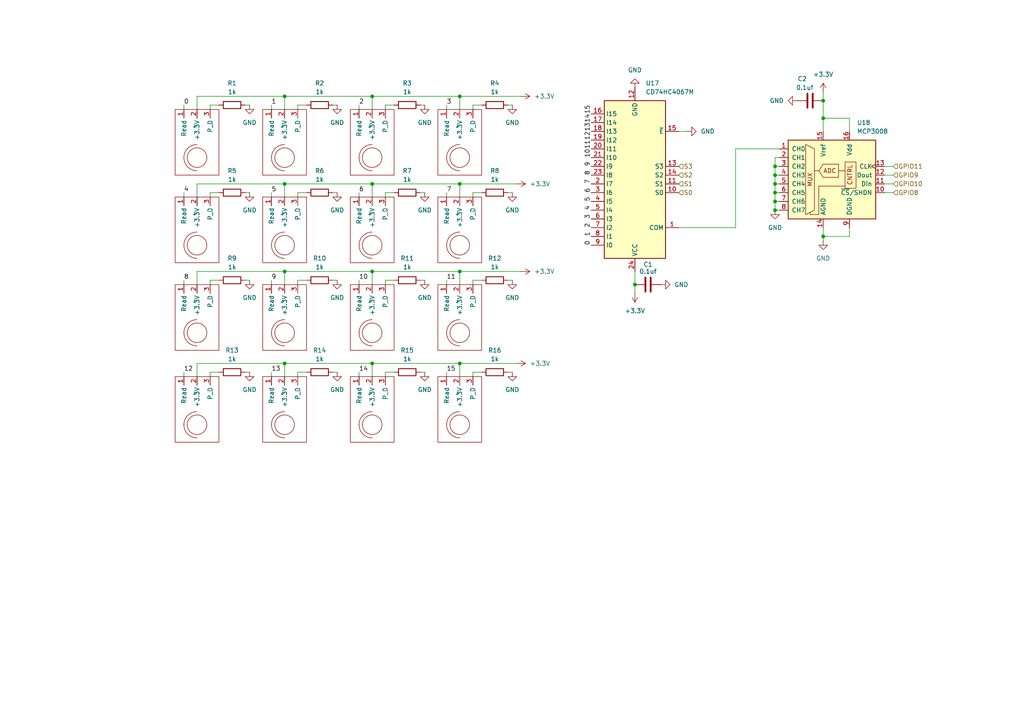
<source format=kicad_sch>
(kicad_sch (version 20250114) (generator "eeschema") (generator_version "9.0")
  (paper "A4")
  (lib_symbols
    (symbol "74xx:CD74HC4067M"
      (property "Reference" "U" (at -8.89 22.86 0))
      (property "Value" "CD74HC4067M" (at 1.27 22.86 0))
      (symbol "CD74HC4067M_0_1"
        (rectangle (start -8.89 21.59) (end 8.89 -24.13) (stroke (width 0.254)) (fill (type background)))
      )
      (symbol "CD74HC4067M_1_1"
        (pin passive line (at -12.7 12.7 0) (length 3.81) (name "COM") (number "1"))
        (pin input line (at -12.7 2.54 0) (length 3.81) (name "S0") (number "10"))
        (pin input line (at -12.7 0 0) (length 3.81) (name "S1") (number "11"))
        (pin input line (at -12.7 -2.54 0) (length 3.81) (name "S2") (number "14"))
        (pin input line (at -12.7 -5.08 0) (length 3.81) (name "S3") (number "13"))
        (pin input line (at -12.7 -15.24 0) (length 3.81) (name "~{E}") (number "15"))
        (pin power_in line (at 0 25.4 270) (length 3.81) (name "VCC") (number "24"))
        (pin power_in line (at 0 -27.94 90) (length 3.81) (name "GND") (number "12"))
        (pin passive line (at 12.7 17.78 180) (length 3.81) (name "I0") (number "9"))
        (pin passive line (at 12.7 15.24 180) (length 3.81) (name "I1") (number "8"))
        (pin passive line (at 12.7 12.7 180) (length 3.81) (name "I2") (number "7"))
        (pin passive line (at 12.7 10.16 180) (length 3.81) (name "I3") (number "6"))
        (pin passive line (at 12.7 7.62 180) (length 3.81) (name "I4") (number "5"))
        (pin passive line (at 12.7 5.08 180) (length 3.81) (name "I5") (number "4"))
        (pin passive line (at 12.7 2.54 180) (length 3.81) (name "I6") (number "3"))
        (pin passive line (at 12.7 0 180) (length 3.81) (name "I7") (number "2"))
        (pin passive line (at 12.7 -2.54 180) (length 3.81) (name "I8") (number "23"))
        (pin passive line (at 12.7 -5.08 180) (length 3.81) (name "I9") (number "22"))
        (pin passive line (at 12.7 -7.62 180) (length 3.81) (name "I10") (number "21"))
        (pin passive line (at 12.7 -10.16 180) (length 3.81) (name "I11") (number "20"))
        (pin passive line (at 12.7 -12.7 180) (length 3.81) (name "I12") (number "19"))
        (pin passive line (at 12.7 -15.24 180) (length 3.81) (name "I13") (number "18"))
        (pin passive line (at 12.7 -17.78 180) (length 3.81) (name "I14") (number "17"))
        (pin passive line (at 12.7 -20.32 180) (length 3.81) (name "I15") (number "16"))
      )
    )
    (symbol "Analog_ADC:MCP3008" (pin_names (offset 1.016))
      (property "Reference" "U" (at -5.08 13.335 0))
      (property "Value" "MCP3008" (at -5.08 11.43 0))
      (symbol "MCP3008_0_0"
        (text "MUX" (at -6.35 -1.27 900) (effects (font (size 1.27 1.27))))
        (text "ADC" (at -0.635 1.27 0) (effects (font (size 1.27 1.27))))
        (text "CNTRL" (at 5.969 -2.921 900) (effects (font (size 1.27 1.27)) (justify left bottom)))
      )
      (symbol "MCP3008_0_1"
        (polyline (pts (xy -7.62 8.89) (xy -7.62 -11.43) (xy -5.08 -10.16) (xy -5.08 7.62) (xy -7.62 8.89)))
        (polyline (pts (xy -3.81 1.27) (xy -5.08 1.27)))
        (polyline (pts (xy 1.905 3.175) (xy 1.905 -0.635) (xy -2.54 -0.635) (xy -3.81 1.27) (xy -2.54 3.175) (xy 1.905 3.175)))
        (polyline (pts (xy 1.905 1.27) (xy 3.81 1.27)))
        (polyline (pts (xy 3.81 -3.175) (xy -3.81 -3.175) (xy -3.81 -11.43) (xy -6.35 -11.43) (xy -6.35 -10.795)))
        (rectangle (start 3.81 -3.81) (end 6.985 3.81))
        (rectangle (start 12.7 -12.7) (end -12.7 10.16) (stroke (width 0.254)) (fill (type background)))
      )
      (symbol "MCP3008_1_1"
        (pin input line (at -15.24 7.62 0) (length 2.54) (name "CH0") (number "1"))
        (pin input line (at -15.24 5.08 0) (length 2.54) (name "CH1") (number "2"))
        (pin input line (at -15.24 2.54 0) (length 2.54) (name "CH2") (number "3"))
        (pin input line (at -15.24 0 0) (length 2.54) (name "CH3") (number "4"))
        (pin input line (at -15.24 -2.54 0) (length 2.54) (name "CH4") (number "5"))
        (pin input line (at -15.24 -5.08 0) (length 2.54) (name "CH5") (number "6"))
        (pin input line (at -15.24 -7.62 0) (length 2.54) (name "CH6") (number "7"))
        (pin input line (at -15.24 -10.16 0) (length 2.54) (name "CH7") (number "8"))
        (pin power_in line (at -2.54 12.7 270) (length 2.54) (name "Vref") (number "15"))
        (pin power_in line (at -2.54 -15.24 90) (length 2.54) (name "AGND") (number "14"))
        (pin power_in line (at 5.08 12.7 270) (length 2.54) (name "Vdd") (number "16"))
        (pin power_in line (at 5.08 -15.24 90) (length 2.54) (name "DGND") (number "9"))
        (pin input clock (at 15.24 2.54 180) (length 2.54) (name "CLK") (number "13"))
        (pin output line (at 15.24 0 180) (length 2.54) (name "Dout") (number "12"))
        (pin input line (at 15.24 -2.54 180) (length 2.54) (name "Din") (number "11"))
        (pin input line (at 15.24 -5.08 180) (length 2.54) (name "~{CS}/SHDN") (number "10"))
      )
    )
    (symbol "Device:C" (pin_numbers (hide yes)) (pin_names (offset 0.254))
      (property "Reference" "C" (at 0.635 2.54 0))
      (property "Value" "C" (at 0.635 -2.54 0))
      (symbol "C_0_1"
        (polyline (pts (xy -2.032 0.762) (xy 2.032 0.762)) (stroke (width 0.508)))
        (polyline (pts (xy -2.032 -0.762) (xy 2.032 -0.762)) (stroke (width 0.508)))
      )
      (symbol "C_1_1"
        (pin passive line (at 0 3.81 270) (length 2.794) (name "~") (number "1"))
        (pin passive line (at 0 -3.81 90) (length 2.794) (name "~") (number "2"))
      )
    )
    (symbol "Device:R" (pin_numbers (hide yes)) (pin_names (offset 0))
      (property "Reference" "R" (at 2.032 0 90))
      (property "Value" "R" (at 0 0 90))
      (symbol "R_0_1"
        (rectangle (start -1.016 -2.54) (end 1.016 2.54) (stroke (width 0.254)))
      )
      (symbol "R_1_1"
        (pin passive line (at 0 3.81 270) (length 1.27) (name "~") (number "1"))
        (pin passive line (at 0 -3.81 90) (length 1.27) (name "~") (number "2"))
      )
    )
    (symbol "VeloPad:VelostatPad"
      (property "Value" "~" (at 5.08 -5.08 0))
      (symbol "VelostatPad_0_1"
        (rectangle (start 0 0) (end 12.7 -19.05))
        (arc (start 2.54 -13.97) (mid 3.6559 -11.2759) (end 6.35 -10.16))
        (circle (center 6.35 -13.97) (radius 2.8398))
        (arc (start 6.35 -17.78) (mid 3.6559 -16.6641) (end 2.54 -13.97))
      )
      (symbol "VelostatPad_1_1"
        (pin output line (at 2.54 0 270) (length 2.54) (name "Read") (number "1"))
        (pin input line (at 6.35 0 270) (length 2.54) (name "+3.3V") (number "2"))
        (pin output line (at 10.16 0 270) (length 2.54) (name "P_D") (number "3"))
      )
    )
    (symbol "power:+3.3V" (power) (pin_numbers (hide yes)) (pin_names (offset 0) (hide yes))
      (property "Value" "+3.3V" (at 0 3.556 0))
      (symbol "+3.3V_0_1"
        (polyline (pts (xy -0.762 1.27) (xy 0 2.54)))
        (polyline (pts (xy 0 2.54) (xy 0.762 1.27)))
        (polyline (pts (xy 0 0) (xy 0 2.54)))
      )
      (symbol "+3.3V_1_1"
        (pin power_in line (at 0 0 90) (length 0) (name "~") (number "1"))
      )
    )
    (symbol "power:GND" (power) (pin_numbers (hide yes)) (pin_names (offset 0) (hide yes))
      (property "Value" "GND" (at 0 -3.81 0))
      (symbol "GND_0_1"
        (polyline (pts (xy 0 0) (xy 0 -1.27) (xy 1.27 -1.27) (xy 0 -2.54) (xy -1.27 -1.27) (xy 0 -1.27)))
      )
      (symbol "GND_1_1"
        (pin power_in line (at 0 0 270) (length 0) (name "~") (number "1"))
      )
    )
  )
  (junction (at 107.95 53.34))
  (junction (at 224.79 53.34))
  (junction (at 82.55 53.34))
  (junction (at 133.35 53.34))
  (junction (at 107.95 27.94))
  (junction (at 224.79 50.8))
  (junction (at 82.55 27.94))
  (junction (at 224.79 58.42))
  (junction (at 82.55 78.74))
  (junction (at 224.79 48.26))
  (junction (at 133.35 78.74))
  (junction (at 224.79 55.88))
  (junction (at 238.76 34.29))
  (junction (at 238.76 68.58))
  (junction (at 133.35 105.41))
  (junction (at 184.15 82.55))
  (junction (at 107.95 105.41))
  (junction (at 133.35 27.94))
  (junction (at 224.79 60.96))
  (junction (at 238.76 29.21))
  (junction (at 82.55 105.41))
  (junction (at 107.95 78.74))
  (wire (pts (xy 97.79 81.28) (xy 96.52 81.28)))
  (wire (pts (xy 148.59 55.88) (xy 147.32 55.88)))
  (wire (pts (xy 139.7 55.88) (xy 137.16 55.88)))
  (wire (pts (xy 224.79 58.42) (xy 226.06 58.42)))
  (wire (pts (xy 78.74 55.88) (xy 78.74 57.15)))
  (wire (pts (xy 97.79 107.95) (xy 96.52 107.95)))
  (wire (pts (xy 137.16 55.88) (xy 137.16 57.15)))
  (wire (pts (xy 133.35 78.74) (xy 133.35 82.55)))
  (wire (pts (xy 82.55 78.74) (xy 57.15 78.74)))
  (wire (pts (xy 246.38 34.29) (xy 238.76 34.29)))
  (wire (pts (xy 238.76 29.21) (xy 238.76 34.29)))
  (wire (pts (xy 196.85 38.1) (xy 199.39 38.1)))
  (wire (pts (xy 184.15 82.55) (xy 184.15 85.09)))
  (wire (pts (xy 72.39 81.28) (xy 71.12 81.28)))
  (wire (pts (xy 256.54 55.88) (xy 259.08 55.88)))
  (wire (pts (xy 86.36 30.48) (xy 86.36 31.75)))
  (wire (pts (xy 224.79 53.34) (xy 226.06 53.34)))
  (wire (pts (xy 60.96 107.95) (xy 60.96 109.22)))
  (wire (pts (xy 57.15 27.94) (xy 57.15 31.75)))
  (wire (pts (xy 107.95 27.94) (xy 82.55 27.94)))
  (wire (pts (xy 82.55 27.94) (xy 57.15 27.94)))
  (wire (pts (xy 72.39 55.88) (xy 71.12 55.88)))
  (wire (pts (xy 107.95 53.34) (xy 82.55 53.34)))
  (wire (pts (xy 224.79 53.34) (xy 224.79 55.88)))
  (wire (pts (xy 224.79 50.8) (xy 224.79 53.34)))
  (wire (pts (xy 60.96 30.48) (xy 63.5 30.48)))
  (wire (pts (xy 129.54 30.48) (xy 129.54 31.75)))
  (wire (pts (xy 86.36 107.95) (xy 86.36 109.22)))
  (wire (pts (xy 129.54 107.95) (xy 129.54 109.22)))
  (wire (pts (xy 123.19 30.48) (xy 121.92 30.48)))
  (wire (pts (xy 114.3 30.48) (xy 111.76 30.48)))
  (wire (pts (xy 256.54 50.8) (xy 259.08 50.8)))
  (wire (pts (xy 246.38 68.58) (xy 238.76 68.58)))
  (wire (pts (xy 246.38 66.04) (xy 246.38 68.58)))
  (wire (pts (xy 151.13 27.94) (xy 133.35 27.94)))
  (wire (pts (xy 129.54 55.88) (xy 129.54 57.15)))
  (wire (pts (xy 82.55 53.34) (xy 57.15 53.34)))
  (wire (pts (xy 107.95 53.34) (xy 107.95 57.15)))
  (wire (pts (xy 139.7 81.28) (xy 137.16 81.28)))
  (wire (pts (xy 107.95 78.74) (xy 82.55 78.74)))
  (wire (pts (xy 133.35 27.94) (xy 107.95 27.94)))
  (wire (pts (xy 246.38 38.1) (xy 246.38 34.29)))
  (wire (pts (xy 224.79 48.26) (xy 224.79 50.8)))
  (wire (pts (xy 137.16 107.95) (xy 137.16 109.22)))
  (wire (pts (xy 104.14 107.95) (xy 104.14 109.22)))
  (wire (pts (xy 78.74 30.48) (xy 78.74 31.75)))
  (wire (pts (xy 111.76 107.95) (xy 111.76 109.22)))
  (wire (pts (xy 72.39 107.95) (xy 71.12 107.95)))
  (wire (pts (xy 104.14 81.28) (xy 104.14 82.55)))
  (wire (pts (xy 133.35 53.34) (xy 133.35 57.15)))
  (wire (pts (xy 238.76 66.04) (xy 238.76 68.58)))
  (wire (pts (xy 82.55 105.41) (xy 82.55 109.22)))
  (wire (pts (xy 148.59 107.95) (xy 147.32 107.95)))
  (wire (pts (xy 114.3 81.28) (xy 111.76 81.28)))
  (wire (pts (xy 224.79 45.72) (xy 224.79 48.26)))
  (wire (pts (xy 111.76 55.88) (xy 111.76 57.15)))
  (wire (pts (xy 78.74 81.28) (xy 78.74 82.55)))
  (wire (pts (xy 60.96 81.28) (xy 60.96 82.55)))
  (wire (pts (xy 139.7 107.95) (xy 137.16 107.95)))
  (wire (pts (xy 111.76 81.28) (xy 111.76 82.55)))
  (wire (pts (xy 256.54 48.26) (xy 259.08 48.26)))
  (wire (pts (xy 129.54 81.28) (xy 129.54 82.55)))
  (wire (pts (xy 53.34 107.95) (xy 53.34 109.22)))
  (wire (pts (xy 224.79 50.8) (xy 226.06 50.8)))
  (wire (pts (xy 133.35 27.94) (xy 133.35 31.75)))
  (wire (pts (xy 148.59 81.28) (xy 147.32 81.28)))
  (wire (pts (xy 97.79 30.48) (xy 96.52 30.48)))
  (wire (pts (xy 114.3 55.88) (xy 111.76 55.88)))
  (wire (pts (xy 104.14 30.48) (xy 104.14 31.75)))
  (wire (pts (xy 224.79 58.42) (xy 224.79 60.96)))
  (wire (pts (xy 133.35 78.74) (xy 107.95 78.74)))
  (wire (pts (xy 60.96 55.88) (xy 60.96 57.15)))
  (wire (pts (xy 213.36 43.18) (xy 226.06 43.18)))
  (wire (pts (xy 133.35 53.34) (xy 107.95 53.34)))
  (wire (pts (xy 111.76 30.48) (xy 111.76 31.75)))
  (wire (pts (xy 86.36 81.28) (xy 86.36 82.55)))
  (wire (pts (xy 57.15 109.22) (xy 57.15 105.41)))
  (wire (pts (xy 82.55 27.94) (xy 82.55 31.75)))
  (wire (pts (xy 114.3 107.95) (xy 111.76 107.95)))
  (wire (pts (xy 53.34 30.48) (xy 53.34 31.75)))
  (wire (pts (xy 88.9 55.88) (xy 86.36 55.88)))
  (wire (pts (xy 63.5 81.28) (xy 60.96 81.28)))
  (wire (pts (xy 226.06 45.72) (xy 224.79 45.72)))
  (wire (pts (xy 133.35 105.41) (xy 133.35 109.22)))
  (wire (pts (xy 224.79 55.88) (xy 226.06 55.88)))
  (wire (pts (xy 53.34 55.88) (xy 53.34 57.15)))
  (wire (pts (xy 123.19 81.28) (xy 121.92 81.28)))
  (wire (pts (xy 238.76 34.29) (xy 238.76 38.1)))
  (wire (pts (xy 107.95 105.41) (xy 133.35 105.41)))
  (wire (pts (xy 107.95 105.41) (xy 107.95 109.22)))
  (wire (pts (xy 57.15 53.34) (xy 57.15 57.15)))
  (wire (pts (xy 256.54 53.34) (xy 259.08 53.34)))
  (wire (pts (xy 97.79 55.88) (xy 96.52 55.88)))
  (wire (pts (xy 139.7 30.48) (xy 137.16 30.48)))
  (wire (pts (xy 88.9 107.95) (xy 86.36 107.95)))
  (wire (pts (xy 133.35 105.41) (xy 149.86 105.41)))
  (wire (pts (xy 123.19 55.88) (xy 121.92 55.88)))
  (wire (pts (xy 63.5 107.95) (xy 60.96 107.95)))
  (wire (pts (xy 107.95 27.94) (xy 107.95 31.75)))
  (wire (pts (xy 53.34 81.28) (xy 53.34 82.55)))
  (wire (pts (xy 88.9 81.28) (xy 86.36 81.28)))
  (wire (pts (xy 123.19 107.95) (xy 121.92 107.95)))
  (wire (pts (xy 72.39 30.48) (xy 71.12 30.48)))
  (wire (pts (xy 57.15 105.41) (xy 82.55 105.41)))
  (wire (pts (xy 137.16 30.48) (xy 137.16 31.75)))
  (wire (pts (xy 104.14 55.88) (xy 104.14 57.15)))
  (wire (pts (xy 224.79 60.96) (xy 226.06 60.96)))
  (wire (pts (xy 82.55 78.74) (xy 82.55 82.55)))
  (wire (pts (xy 238.76 29.21) (xy 238.76 26.67)))
  (wire (pts (xy 82.55 53.34) (xy 82.55 57.15)))
  (wire (pts (xy 107.95 78.74) (xy 107.95 82.55)))
  (wire (pts (xy 60.96 31.75) (xy 60.96 30.48)))
  (wire (pts (xy 88.9 30.48) (xy 86.36 30.48)))
  (wire (pts (xy 151.13 78.74) (xy 133.35 78.74)))
  (wire (pts (xy 149.86 53.34) (xy 133.35 53.34)))
  (wire (pts (xy 196.85 66.04) (xy 213.36 66.04)))
  (wire (pts (xy 137.16 81.28) (xy 137.16 82.55)))
  (wire (pts (xy 224.79 55.88) (xy 224.79 58.42)))
  (wire (pts (xy 184.15 78.74) (xy 184.15 82.55)))
  (wire (pts (xy 82.55 105.41) (xy 107.95 105.41)))
  (wire (pts (xy 224.79 48.26) (xy 226.06 48.26)))
  (wire (pts (xy 213.36 66.04) (xy 213.36 43.18)))
  (wire (pts (xy 148.59 30.48) (xy 147.32 30.48)))
  (wire (pts (xy 86.36 55.88) (xy 86.36 57.15)))
  (wire (pts (xy 57.15 78.74) (xy 57.15 82.55)))
  (wire (pts (xy 63.5 55.88) (xy 60.96 55.88)))
  (wire (pts (xy 238.76 68.58) (xy 238.76 69.85)))
  (wire (pts (xy 78.74 107.95) (xy 78.74 109.22)))
  (label "14" (at 171.45 35.56 90))
  (label "4" (at 171.45 60.96 90))
  (label "6" (at 104.14 55.88 0))
  (label "1" (at 78.74 30.48 0))
  (label "7" (at 129.54 55.88 0))
  (label "5" (at 171.45 58.42 90))
  (label "3" (at 129.54 30.48 0))
  (label "12" (at 171.45 40.64 90))
  (label "3" (at 171.45 63.5 90))
  (label "7" (at 171.45 53.34 90))
  (label "13" (at 78.74 107.95 0))
  (label "0" (at 53.34 30.48 0))
  (label "8" (at 171.45 50.8 90))
  (label "8" (at 53.34 81.28 0))
  (label "10" (at 171.45 45.72 90))
  (label "15" (at 129.54 107.95 0))
  (label "11" (at 171.45 43.18 90))
  (label "15" (at 171.45 33.02 90))
  (label "6" (at 171.45 55.88 90))
  (label "9" (at 78.74 81.28 0))
  (label "2" (at 171.45 66.04 90))
  (label "9" (at 171.45 48.26 90))
  (label "1" (at 171.45 68.58 90))
  (label "5" (at 78.74 55.88 0))
  (label "0" (at 171.45 71.12 90))
  (label "4" (at 53.34 55.88 0))
  (label "10" (at 104.14 81.28 0))
  (label "12" (at 53.34 107.95 0))
  (label "2" (at 104.14 30.48 0))
  (label "13" (at 171.45 38.1 90))
  (label "14" (at 104.14 107.95 0))
  (label "11" (at 129.54 81.28 0))
  (hierarchical_label "GPIO8" (shape input) (at 259.08 55.88 0))
  (hierarchical_label "S2" (shape input) (at 196.85 50.8 0))
  (hierarchical_label "S1" (shape input) (at 196.85 53.34 0))
  (hierarchical_label "S3" (shape input) (at 196.85 48.26 0))
  (hierarchical_label "GPIO10" (shape input) (at 259.08 53.34 0))
  (hierarchical_label "S0" (shape input) (at 196.85 55.88 0))
  (hierarchical_label "GPIO11" (shape input) (at 259.08 48.26 0))
  (hierarchical_label "GPIO9" (shape input) (at 259.08 50.8 0))
  (symbol (lib_id "VeloPad:VelostatPad") (at 101.6 109.22 0) (unit 1)
    (property "Reference" "U15" (effects (hide yes)))
    (property "Value" "~" (at 106.68 114.3 0) (effects (justify left)))
    (property "Footprint" "VeloPad:VeloPad" (effects (hide yes)))
  )
  (symbol (lib_id "Device:R") (at 118.11 55.88 90) (unit 1)
    (property "Reference" "R7" (at 118.11 49.53 90))
    (property "Value" "1k" (at 118.11 52.07 90))
    (property "Footprint" "Resistor_SMD:R_0402_1005Metric_Pad0.72x0.64mm_HandSolder" (effects (hide yes)))
    (property "Description" "Resistor" (effects (hide yes)))
  )
  (symbol (lib_id "Device:R") (at 67.31 107.95 90) (unit 1)
    (property "Reference" "R13" (at 67.31 101.6 90))
    (property "Value" "1k" (at 67.31 104.14 90))
    (property "Footprint" "Resistor_SMD:R_0402_1005Metric_Pad0.72x0.64mm_HandSolder" (effects (hide yes)))
    (property "Description" "Resistor" (effects (hide yes)))
  )
  (symbol (lib_id "VeloPad:VelostatPad") (at 76.2 82.55 0) (unit 1)
    (property "Reference" "U10" (effects (hide yes)))
    (property "Value" "~" (at 81.28 87.63 0) (effects (justify left)))
    (property "Footprint" "VeloPad:VeloPad" (effects (hide yes)))
  )
  (symbol (lib_id "power:GND") (at 97.79 55.88 0) (unit 1)
    (property "Reference" "#PWR013" (effects (hide yes)))
    (property "Value" "GND" (at 97.79 60.96 0))
    (property "Description" "Power symbol creates a global label with name \"GND\" , ground" (effects (hide yes)))
  )
  (symbol (lib_id "power:+3.3V") (at 149.86 105.41 270) (unit 1)
    (property "Reference" "#PWR05" (effects (hide yes)))
    (property "Value" "+3.3V" (at 153.67 105.4099 90) (effects (justify left)))
    (property "Description" "Power symbol creates a global label with name \"+3.3V\"" (effects (hide yes)))
  )
  (symbol (lib_id "VeloPad:VelostatPad") (at 76.2 31.75 0) (unit 1)
    (property "Reference" "U2" (effects (hide yes)))
    (property "Value" "~" (at 81.28 36.83 0) (effects (justify left)))
    (property "Footprint" "VeloPad:VeloPad" (effects (hide yes)))
  )
  (symbol (lib_id "VeloPad:VelostatPad") (at 76.2 57.15 0) (unit 1)
    (property "Reference" "U6" (effects (hide yes)))
    (property "Value" "~" (at 81.28 62.23 0) (effects (justify left)))
    (property "Footprint" "VeloPad:VeloPad" (effects (hide yes)))
  )
  (symbol (lib_id "power:+3.3V") (at 151.13 27.94 270) (unit 1)
    (property "Reference" "#PWR02" (effects (hide yes)))
    (property "Value" "+3.3V" (at 154.94 27.9399 90) (effects (justify left)))
    (property "Description" "Power symbol creates a global label with name \"+3.3V\"" (effects (hide yes)))
  )
  (symbol (lib_id "VeloPad:VelostatPad") (at 101.6 31.75 0) (unit 1)
    (property "Reference" "U3" (effects (hide yes)))
    (property "Value" "~" (at 106.68 36.83 0) (effects (justify left)))
    (property "Footprint" "VeloPad:VeloPad" (effects (hide yes)))
  )
  (symbol (lib_id "VeloPad:VelostatPad") (at 50.8 57.15 0) (unit 1)
    (property "Reference" "U5" (effects (hide yes)))
    (property "Value" "~" (at 55.88 62.23 0) (effects (justify left)))
    (property "Footprint" "VeloPad:VeloPad" (effects (hide yes)))
  )
  (symbol (lib_id "Device:R") (at 92.71 55.88 90) (unit 1)
    (property "Reference" "R6" (at 92.71 49.53 90))
    (property "Value" "1k" (at 92.71 52.07 90))
    (property "Footprint" "Resistor_SMD:R_0402_1005Metric_Pad0.72x0.64mm_HandSolder" (effects (hide yes)))
    (property "Description" "Resistor" (effects (hide yes)))
  )
  (symbol (lib_id "Device:C") (at 234.95 29.21 270) (unit 1)
    (property "Reference" "C2" (at 232.664 22.86 90))
    (property "Value" "0.1uf" (at 233.426 25.4 90))
    (property "Footprint" "Capacitor_SMD:C_0402_1005Metric_Pad0.74x0.62mm_HandSolder" (effects (hide yes)))
    (property "Description" "Unpolarized capacitor" (effects (hide yes)))
  )
  (symbol (lib_id "power:GND") (at 123.19 30.48 0) (unit 1)
    (property "Reference" "#PWR09" (effects (hide yes)))
    (property "Value" "GND" (at 123.19 35.56 0))
    (property "Description" "Power symbol creates a global label with name \"GND\" , ground" (effects (hide yes)))
  )
  (symbol (lib_id "VeloPad:VelostatPad") (at 50.8 31.75 0) (unit 1)
    (property "Reference" "U1" (effects (hide yes)))
    (property "Value" "~" (at 55.88 36.83 0) (effects (justify left)))
    (property "Footprint" "VeloPad:VeloPad" (effects (hide yes)))
  )
  (symbol (lib_id "power:GND") (at 224.79 60.96 0) (unit 1)
    (property "Reference" "#PWR026" (effects (hide yes)))
    (property "Value" "GND" (at 224.79 66.04 0))
    (property "Description" "Power symbol creates a global label with name \"GND\" , ground" (effects (hide yes)))
  )
  (symbol (lib_id "power:GND") (at 97.79 107.95 0) (unit 1)
    (property "Reference" "#PWR020" (effects (hide yes)))
    (property "Value" "GND" (at 97.79 113.03 0))
    (property "Description" "Power symbol creates a global label with name \"GND\" , ground" (effects (hide yes)))
  )
  (symbol (lib_id "power:GND") (at 97.79 81.28 0) (unit 1)
    (property "Reference" "#PWR016" (effects (hide yes)))
    (property "Value" "GND" (at 97.79 86.36 0))
    (property "Description" "Power symbol creates a global label with name \"GND\" , ground" (effects (hide yes)))
  )
  (symbol (lib_id "Device:R") (at 92.71 30.48 90) (unit 1)
    (property "Reference" "R2" (at 92.71 24.13 90))
    (property "Value" "1k" (at 92.71 26.67 90))
    (property "Footprint" "Resistor_SMD:R_0402_1005Metric_Pad0.72x0.64mm_HandSolder" (effects (hide yes)))
    (property "Description" "Resistor" (effects (hide yes)))
  )
  (symbol (lib_id "power:GND") (at 72.39 30.48 0) (unit 1)
    (property "Reference" "#PWR07" (effects (hide yes)))
    (property "Value" "GND" (at 72.39 35.56 0))
    (property "Description" "Power symbol creates a global label with name \"GND\" , ground" (effects (hide yes)))
  )
  (symbol (lib_id "power:+3.3V") (at 149.86 53.34 270) (unit 1)
    (property "Reference" "#PWR03" (effects (hide yes)))
    (property "Value" "+3.3V" (at 153.67 53.3399 90) (effects (justify left)))
    (property "Description" "Power symbol creates a global label with name \"+3.3V\"" (effects (hide yes)))
  )
  (symbol (lib_id "power:GND") (at 148.59 55.88 0) (unit 1)
    (property "Reference" "#PWR011" (effects (hide yes)))
    (property "Value" "GND" (at 148.59 60.96 0))
    (property "Description" "Power symbol creates a global label with name \"GND\" , ground" (effects (hide yes)))
  )
  (symbol (lib_id "Device:R") (at 143.51 30.48 90) (unit 1)
    (property "Reference" "R4" (at 143.51 24.13 90))
    (property "Value" "1k" (at 143.51 26.67 90))
    (property "Footprint" "Resistor_SMD:R_0402_1005Metric_Pad0.72x0.64mm_HandSolder" (effects (hide yes)))
    (property "Description" "Resistor" (effects (hide yes)))
  )
  (symbol (lib_id "Device:R") (at 143.51 81.28 90) (unit 1)
    (property "Reference" "R12" (at 143.51 74.93 90))
    (property "Value" "1k" (at 143.51 77.47 90))
    (property "Footprint" "Resistor_SMD:R_0402_1005Metric_Pad0.72x0.64mm_HandSolder" (effects (hide yes)))
    (property "Description" "Resistor" (effects (hide yes)))
  )
  (symbol (lib_id "power:GND") (at 123.19 107.95 0) (unit 1)
    (property "Reference" "#PWR021" (effects (hide yes)))
    (property "Value" "GND" (at 123.19 113.03 0))
    (property "Description" "Power symbol creates a global label with name \"GND\" , ground" (effects (hide yes)))
  )
  (symbol (lib_id "Device:R") (at 118.11 107.95 90) (unit 1)
    (property "Reference" "R15" (at 118.11 101.6 90))
    (property "Value" "1k" (at 118.11 104.14 90))
    (property "Footprint" "Resistor_SMD:R_0402_1005Metric_Pad0.72x0.64mm_HandSolder" (effects (hide yes)))
    (property "Description" "Resistor" (effects (hide yes)))
  )
  (symbol (lib_id "power:GND") (at 231.14 29.21 270) (unit 1)
    (property "Reference" "#PWR029" (effects (hide yes)))
    (property "Value" "GND" (at 227.33 29.2101 90) (effects (justify right)))
    (property "Description" "Power symbol creates a global label with name \"GND\" , ground" (effects (hide yes)))
  )
  (symbol (lib_id "power:+3.3V") (at 151.13 78.74 270) (unit 1)
    (property "Reference" "#PWR04" (effects (hide yes)))
    (property "Value" "+3.3V" (at 154.94 78.7399 90) (effects (justify left)))
    (property "Description" "Power symbol creates a global label with name \"+3.3V\"" (effects (hide yes)))
  )
  (symbol (lib_id "VeloPad:VelostatPad") (at 76.2 109.22 0) (unit 1)
    (property "Reference" "U14" (effects (hide yes)))
    (property "Value" "~" (at 81.28 114.3 0) (effects (justify left)))
    (property "Footprint" "VeloPad:VeloPad" (effects (hide yes)))
  )
  (symbol (lib_id "Device:R") (at 143.51 55.88 90) (unit 1)
    (property "Reference" "R8" (at 143.51 49.53 90))
    (property "Value" "1k" (at 143.51 52.07 90))
    (property "Footprint" "Resistor_SMD:R_0402_1005Metric_Pad0.72x0.64mm_HandSolder" (effects (hide yes)))
    (property "Description" "Resistor" (effects (hide yes)))
  )
  (symbol (lib_id "VeloPad:VelostatPad") (at 50.8 82.55 0) (unit 1)
    (property "Reference" "U9" (effects (hide yes)))
    (property "Value" "~" (at 55.88 87.63 0) (effects (justify left)))
    (property "Footprint" "VeloPad:VeloPad" (effects (hide yes)))
  )
  (symbol (lib_id "power:GND") (at 148.59 107.95 0) (unit 1)
    (property "Reference" "#PWR022" (effects (hide yes)))
    (property "Value" "GND" (at 148.59 113.03 0))
    (property "Description" "Power symbol creates a global label with name \"GND\" , ground" (effects (hide yes)))
  )
  (symbol (lib_id "Device:R") (at 118.11 81.28 90) (unit 1)
    (property "Reference" "R11" (at 118.11 74.93 90))
    (property "Value" "1k" (at 118.11 77.47 90))
    (property "Footprint" "Resistor_SMD:R_0402_1005Metric_Pad0.72x0.64mm_HandSolder" (effects (hide yes)))
    (property "Description" "Resistor" (effects (hide yes)))
  )
  (symbol (lib_id "VeloPad:VelostatPad") (at 101.6 57.15 0) (unit 1)
    (property "Reference" "U7" (effects (hide yes)))
    (property "Value" "~" (at 106.68 62.23 0) (effects (justify left)))
    (property "Footprint" "VeloPad:VeloPad" (effects (hide yes)))
  )
  (symbol (lib_id "power:GND") (at 72.39 81.28 0) (unit 1)
    (property "Reference" "#PWR015" (effects (hide yes)))
    (property "Value" "GND" (at 72.39 86.36 0))
    (property "Description" "Power symbol creates a global label with name \"GND\" , ground" (effects (hide yes)))
  )
  (symbol (lib_id "power:GND") (at 97.79 30.48 0) (unit 1)
    (property "Reference" "#PWR08" (effects (hide yes)))
    (property "Value" "GND" (at 97.79 35.56 0))
    (property "Description" "Power symbol creates a global label with name \"GND\" , ground" (effects (hide yes)))
  )
  (symbol (lib_id "Device:R") (at 92.71 107.95 90) (unit 1)
    (property "Reference" "R14" (at 92.71 101.6 90))
    (property "Value" "1k" (at 92.71 104.14 90))
    (property "Footprint" "Resistor_SMD:R_0402_1005Metric_Pad0.72x0.64mm_HandSolder" (effects (hide yes)))
    (property "Description" "Resistor" (effects (hide yes)))
  )
  (symbol (lib_id "VeloPad:VelostatPad") (at 127 82.55 0) (unit 1)
    (property "Reference" "U12" (effects (hide yes)))
    (property "Value" "~" (at 132.08 87.63 0) (effects (justify left)))
    (property "Footprint" "VeloPad:VeloPad" (effects (hide yes)))
  )
  (symbol (lib_id "power:GND") (at 199.39 38.1 90) (unit 1)
    (property "Reference" "#PWR023" (effects (hide yes)))
    (property "Value" "GND" (at 203.2 38.0999 90) (effects (justify right)))
    (property "Description" "Power symbol creates a global label with name \"GND\" , ground" (effects (hide yes)))
  )
  (symbol (lib_id "VeloPad:VelostatPad") (at 127 109.22 0) (unit 1)
    (property "Reference" "U16" (effects (hide yes)))
    (property "Value" "~" (at 132.08 114.3 0) (effects (justify left)))
    (property "Footprint" "VeloPad:VeloPad" (effects (hide yes)))
  )
  (symbol (lib_id "power:GND") (at 123.19 81.28 0) (unit 1)
    (property "Reference" "#PWR017" (effects (hide yes)))
    (property "Value" "GND" (at 123.19 86.36 0))
    (property "Description" "Power symbol creates a global label with name \"GND\" , ground" (effects (hide yes)))
  )
  (symbol (lib_id "power:GND") (at 148.59 81.28 0) (unit 1)
    (property "Reference" "#PWR018" (effects (hide yes)))
    (property "Value" "GND" (at 148.59 86.36 0))
    (property "Description" "Power symbol creates a global label with name \"GND\" , ground" (effects (hide yes)))
  )
  (symbol (lib_id "74xx:CD74HC4067M") (at 184.15 53.34 180) (unit 1)
    (property "Reference" "U17" (at 187.2681 24.13 0) (effects (justify right)))
    (property "Value" "CD74HC4067M" (at 187.2681 26.67 0) (effects (justify right)))
    (property "Footprint" "Package_SO:SOIC-24W_7.5x15.4mm_P1.27mm" (effects (hide yes)))
    (property "Datasheet" "http://www.ti.com/lit/ds/symlink/cd74hc4067.pdf" (effects (hide yes)))
    (property "Description" "High-Speed CMOS Logic 16-Channel Analog Multiplexer/Demultiplexer, SOIC-24" (effects (hide yes)))
  )
  (symbol (lib_id "power:GND") (at 191.77 82.55 90) (unit 1)
    (property "Reference" "#PWR027" (effects (hide yes)))
    (property "Value" "GND" (at 195.58 82.5499 90) (effects (justify right)))
    (property "Description" "Power symbol creates a global label with name \"GND\" , ground" (effects (hide yes)))
  )
  (symbol (lib_id "VeloPad:VelostatPad") (at 101.6 82.55 0) (unit 1)
    (property "Reference" "U11" (effects (hide yes)))
    (property "Value" "~" (at 106.68 87.63 0) (effects (justify left)))
    (property "Footprint" "VeloPad:VeloPad" (effects (hide yes)))
  )
  (symbol (lib_id "power:GND") (at 72.39 107.95 0) (unit 1)
    (property "Reference" "#PWR019" (effects (hide yes)))
    (property "Value" "GND" (at 72.39 113.03 0))
    (property "Description" "Power symbol creates a global label with name \"GND\" , ground" (effects (hide yes)))
  )
  (symbol (lib_id "VeloPad:VelostatPad") (at 127 57.15 0) (unit 1)
    (property "Reference" "U8" (effects (hide yes)))
    (property "Value" "~" (at 132.08 62.23 0) (effects (justify left)))
    (property "Footprint" "VeloPad:VeloPad" (effects (hide yes)))
  )
  (symbol (lib_id "power:GND") (at 148.59 30.48 0) (unit 1)
    (property "Reference" "#PWR010" (effects (hide yes)))
    (property "Value" "GND" (at 148.59 35.56 0))
    (property "Description" "Power symbol creates a global label with name \"GND\" , ground" (effects (hide yes)))
  )
  (symbol (lib_id "Device:R") (at 118.11 30.48 90) (unit 1)
    (property "Reference" "R3" (at 118.11 24.13 90))
    (property "Value" "1k" (at 118.11 26.67 90))
    (property "Footprint" "Resistor_SMD:R_0402_1005Metric_Pad0.72x0.64mm_HandSolder" (effects (hide yes)))
    (property "Description" "Resistor" (effects (hide yes)))
  )
  (symbol (lib_id "power:+3.3V") (at 184.15 85.09 180) (unit 1)
    (property "Reference" "#PWR06" (effects (hide yes)))
    (property "Value" "+3.3V" (at 184.15 90.17 0))
    (property "Description" "Power symbol creates a global label with name \"+3.3V\"" (effects (hide yes)))
  )
  (symbol (lib_id "power:GND") (at 184.15 25.4 180) (unit 1)
    (property "Reference" "#PWR01" (effects (hide yes)))
    (property "Value" "GND" (at 184.15 20.32 0))
    (property "Description" "Power symbol creates a global label with name \"GND\" , ground" (effects (hide yes)))
  )
  (symbol (lib_id "VeloPad:VelostatPad") (at 127 31.75 0) (unit 1)
    (property "Reference" "U4" (effects (hide yes)))
    (property "Value" "~" (at 132.08 36.83 0) (effects (justify left)))
    (property "Footprint" "VeloPad:VeloPad" (effects (hide yes)))
  )
  (symbol (lib_id "power:GND") (at 238.76 69.85 0) (unit 1)
    (property "Reference" "#PWR025" (effects (hide yes)))
    (property "Value" "GND" (at 238.76 74.93 0))
    (property "Description" "Power symbol creates a global label with name \"GND\" , ground" (effects (hide yes)))
  )
  (symbol (lib_id "Device:R") (at 67.31 30.48 90) (unit 1)
    (property "Reference" "R1" (at 67.31 24.13 90))
    (property "Value" "1k" (at 67.31 26.67 90))
    (property "Footprint" "Resistor_SMD:R_0402_1005Metric_Pad0.72x0.64mm_HandSolder" (effects (hide yes)))
    (property "Description" "Resistor" (effects (hide yes)))
  )
  (symbol (lib_id "power:+3.3V") (at 238.76 26.67 0) (unit 1)
    (property "Reference" "#PWR028" (effects (hide yes)))
    (property "Value" "+3.3V" (at 238.76 21.59 0))
    (property "Description" "Power symbol creates a global label with name \"+3.3V\"" (effects (hide yes)))
  )
  (symbol (lib_id "power:GND") (at 72.39 55.88 0) (unit 1)
    (property "Reference" "#PWR014" (effects (hide yes)))
    (property "Value" "GND" (at 72.39 60.96 0))
    (property "Description" "Power symbol creates a global label with name \"GND\" , ground" (effects (hide yes)))
  )
  (symbol (lib_id "Device:R") (at 143.51 107.95 90) (unit 1)
    (property "Reference" "R16" (at 143.51 101.6 90))
    (property "Value" "1k" (at 143.51 104.14 90))
    (property "Footprint" "Resistor_SMD:R_0402_1005Metric_Pad0.72x0.64mm_HandSolder" (effects (hide yes)))
    (property "Description" "Resistor" (effects (hide yes)))
  )
  (symbol (lib_id "Device:R") (at 67.31 55.88 90) (unit 1)
    (property "Reference" "R5" (at 67.31 49.53 90))
    (property "Value" "1k" (at 67.31 52.07 90))
    (property "Footprint" "Resistor_SMD:R_0402_1005Metric_Pad0.72x0.64mm_HandSolder" (effects (hide yes)))
    (property "Description" "Resistor" (effects (hide yes)))
  )
  (symbol (lib_id "Device:R") (at 67.31 81.28 90) (unit 1)
    (property "Reference" "R9" (at 67.31 74.93 90))
    (property "Value" "1k" (at 67.31 77.47 90))
    (property "Footprint" "Resistor_SMD:R_0402_1005Metric_Pad0.72x0.64mm_HandSolder" (effects (hide yes)))
    (property "Description" "Resistor" (effects (hide yes)))
  )
  (symbol (lib_id "power:GND") (at 123.19 55.88 0) (unit 1)
    (property "Reference" "#PWR012" (effects (hide yes)))
    (property "Value" "GND" (at 123.19 60.96 0))
    (property "Description" "Power symbol creates a global label with name \"GND\" , ground" (effects (hide yes)))
  )
  (symbol (lib_id "VeloPad:VelostatPad") (at 50.8 109.22 0) (unit 1)
    (property "Reference" "U13" (effects (hide yes)))
    (property "Value" "~" (at 55.88 114.3 0) (effects (justify left)))
    (property "Footprint" "VeloPad:VeloPad" (effects (hide yes)))
  )
  (symbol (lib_id "Analog_ADC:MCP3008") (at 241.3 50.8 0) (unit 1)
    (property "Reference" "U18" (at 248.5233 35.56 0) (effects (justify left)))
    (property "Value" "MCP3008" (at 248.5233 38.1 0) (effects (justify left)))
    (property "Footprint" "MCP3008:SOIC16-N_MC_MCH-M" (effects (hide yes)))
    (property "Datasheet" "http://ww1.microchip.com/downloads/en/DeviceDoc/21295d.pdf" (effects (hide yes)))
    (property "Description" "A/D Converter, 10-Bit, 8-Channel, SPI Interface , 2.7V-5.5V" (effects (hide yes)))
  )
  (symbol (lib_id "Device:C") (at 187.96 82.55 90) (unit 1)
    (property "Reference" "C1" (at 187.96 76.708 90))
    (property "Value" "0.1uf" (at 187.96 78.74 90))
    (property "Footprint" "Capacitor_SMD:C_0402_1005Metric_Pad0.74x0.62mm_HandSolder" (effects (hide yes)))
    (property "Description" "Unpolarized capacitor" (effects (hide yes)))
  )
  (symbol (lib_id "Device:R") (at 92.71 81.28 90) (unit 1)
    (property "Reference" "R10" (at 92.71 74.93 90))
    (property "Value" "1k" (at 92.71 77.47 90))
    (property "Footprint" "Resistor_SMD:R_0402_1005Metric_Pad0.72x0.64mm_HandSolder" (effects (hide yes)))
    (property "Description" "Resistor" (effects (hide yes)))
  )
)
</source>
